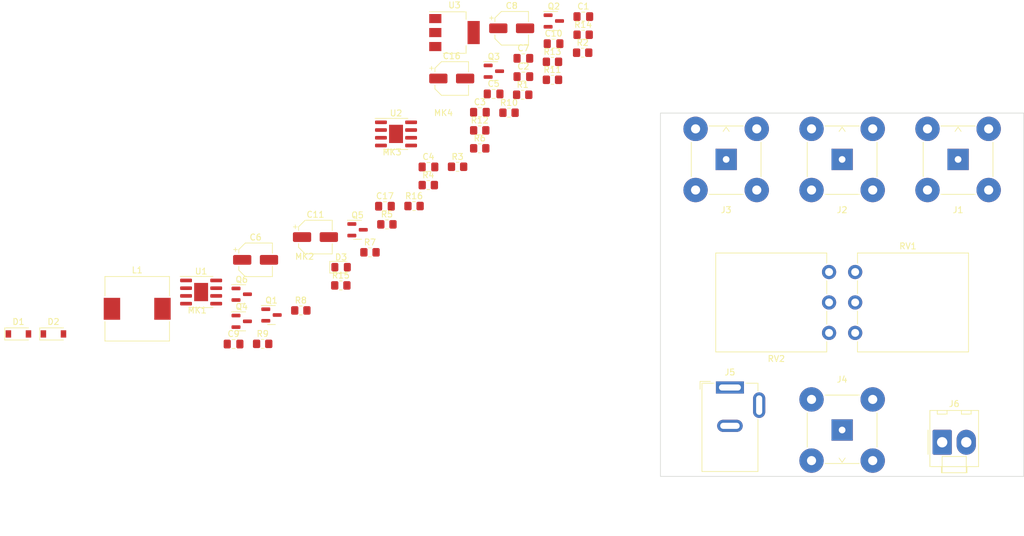
<source format=kicad_pcb>
(kicad_pcb (version 20211014) (generator pcbnew)
  (layers (0 "F.Cu" signal) (31 "B.Cu" signal) (34 "B.Paste" user) (35 "F.Paste" user) (36 "B.SilkS" user "B.Silkscreen") (37 "F.SilkS" user "F.Silkscreen") (38 "B.Mask" user) (39 "F.Mask" user) (44 "Edge.Cuts" user))
  (net 0 "")
  (net 1 "Y")
  (net 2 "+9V")
  (net 3 "Net-(C2-Pad1)")
  (net 4 "Net-(C3-Pad1)")
  (net 5 "Net-(C3-Pad2)")
  (net 6 "GND")
  (net 7 "Net-(C4-Pad2)")
  (net 8 "Net-(C5-Pad1)")
  (net 9 "Net-(C5-Pad2)")
  (net 10 "+VDC")
  (net 11 "Net-(D1-Pad1)")
  (net 12 "Net-(D1-Pad2)")
  (net 13 "Net-(D3-Pad1)")
  (net 14 "X")
  (net 15 "Z")
  (net 16 "COMP_VIDEO_IN")
  (net 17 "Net-(Q1-Pad2)")
  (net 18 "Net-(Q2-Pad2)")
  (net 19 "Net-(Q3-Pad2)")
  (net 20 "Net-(Q4-Pad1)")
  (net 21 "Net-(Q5-Pad1)")
  (net 22 "Net-(Q6-Pad1)")
  (net 23 "Net-(R1-Pad2)")
  (net 24 "Net-(R2-Pad1)")
  (net 25 "Net-(R13-Pad1)")
  (net 26 "Net-(R13-Pad2)")
  (net 27 "Net-(R15-Pad2)")
  (net 28 "Net-(RV2-Pad2)")
  (net 31 "Net-(U2-Pad3)")
  (footprint "Inductor_SMD:L_10.4x10.4_H4.8" (layer "F.Cu") (at 33.18 104.625)
    (fp_text reference "L1" (at 0 -6.35) (layer "F.SilkS"))
    (fp_text value "22u")
    (fp_line (start 5.3 -5.3) (end 5.3 -2.1) (layer "F.SilkS") (width 0.12))
    (fp_line (start -5.3 -2.1) (end -5.3 -5.3) (layer "F.SilkS") (width 0.12))
    (fp_line (start -5.3 -5.3) (end 5.3 -5.3) (layer "F.SilkS") (width 0.12))
    (fp_line (start 5.3 2.1) (end 5.3 5.3) (layer "F.SilkS") (width 0.12))
    (fp_line (start -5.3 5.3) (end -5.3 2.1) (layer "F.SilkS") (width 0.12))
    (fp_line (start 5.3 5.3) (end -5.3 5.3) (layer "F.SilkS") (width 0.12))
    (pad "1" smd rect (at -4.15 0) (size 2.7 3.6) (layers "F.Cu" "F.Paste" "F.Mask") (net 16 "COMP_VIDEO_IN"))
    (pad "2" smd rect (at 4.15 0) (size 2.7 3.6) (layers "F.Cu" "F.Paste" "F.Mask") (net 9 "Net-(C5-Pad2)"))
  )
  (footprint "Resistor_SMD:R_0805_2012Metric_Pad1.20x1.40mm_HandSolder" (layer "F.Cu") (at 60.06 104.895)
    (fp_text reference "R8" (at 0 -1.65) (layer "F.SilkS"))
    (fp_text value "68k")
    (fp_line (start -0.227064 0.735) (end 0.227064 0.735) (layer "F.SilkS") (width 0.12))
    (fp_line (start -0.227064 -0.735) (end 0.227064 -0.735) (layer "F.SilkS") (width 0.12))
    (pad "1" smd roundrect (at -1 0) (size 1.2 1.4) (layers "F.Cu" "F.Paste" "F.Mask") (roundrect_rratio 0.208333) (net 20 "Net-(Q4-Pad1)"))
    (pad "2" smd roundrect (at 1 0) (size 1.2 1.4) (layers "F.Cu" "F.Paste" "F.Mask") (roundrect_rratio 0.208333) (net 6 "GND"))
  )
  (footprint "Capacitor_SMD:CP_Elec_5x5.9" (layer "F.Cu") (at 62.46 92.845)
    (fp_text reference "C11" (at 0 -3.7) (layer "F.SilkS"))
    (fp_text value "10u")
    (fp_line (start -1.695563 2.76) (end 2.76 2.76) (layer "F.SilkS") (width 0.12))
    (fp_line (start -1.695563 -2.76) (end 2.76 -2.76) (layer "F.SilkS") (width 0.12))
    (fp_line (start 2.76 -2.76) (end 2.76 -1.06) (layer "F.SilkS") (width 0.12))
    (fp_line (start -2.76 -1.695563) (end -1.695563 -2.76) (layer "F.SilkS") (width 0.12))
    (fp_line (start -3.625 -1.685) (end -3 -1.685) (layer "F.SilkS") (width 0.12))
    (fp_line (start -2.76 1.695563) (end -1.695563 2.76) (layer "F.SilkS") (width 0.12))
    (fp_line (start 2.76 2.76) (end 2.76 1.06) (layer "F.SilkS") (width 0.12))
    (fp_line (start -2.76 -1.695563) (end -2.76 -1.06) (layer "F.SilkS") (width 0.12))
    (fp_line (start -2.76 1.695563) (end -2.76 1.06) (layer "F.SilkS") (width 0.12))
    (fp_line (start -3.3125 -1.9975) (end -3.3125 -1.3725) (layer "F.SilkS") (width 0.12))
    (pad "1" smd roundrect (at -2.2 0) (size 3 1.6) (layers "F.Cu" "F.Paste" "F.Mask") (roundrect_rratio 0.15625) (net 2 "+9V"))
    (pad "2" smd roundrect (at 2.2 0) (size 3 1.6) (layers "F.Cu" "F.Paste" "F.Mask") (roundrect_rratio 0.15625) (net 6 "GND"))
  )
  (footprint "Resistor_SMD:R_0805_2012Metric_Pad1.20x1.40mm_HandSolder" (layer "F.Cu") (at 89.45 75.315)
    (fp_text reference "R12" (at 0 -1.65) (layer "F.SilkS"))
    (fp_text value "2.2k")
    (fp_line (start -0.227064 -0.735) (end 0.227064 -0.735) (layer "F.SilkS") (width 0.12))
    (fp_line (start -0.227064 0.735) (end 0.227064 0.735) (layer "F.SilkS") (width 0.12))
    (pad "1" smd roundrect (at -1 0) (size 1.2 1.4) (layers "F.Cu" "F.Paste" "F.Mask") (roundrect_rratio 0.208333) (net 22 "Net-(Q6-Pad1)"))
    (pad "2" smd roundrect (at 1 0) (size 1.2 1.4) (layers "F.Cu" "F.Paste" "F.Mask") (roundrect_rratio 0.208333) (net 6 "GND"))
  )
  (footprint "Package_SO:SOIC-8-1EP_3.9x4.9mm_P1.27mm_EP2.29x3mm" (layer "F.Cu") (at 75.7 75.895)
    (fp_text reference "U2" (at 0 -3.4) (layer "F.SilkS"))
    (fp_text value "AD8032")
    (fp_line (start 0 2.56) (end 1.95 2.56) (layer "F.SilkS") (width 0.12))
    (fp_line (start 0 -2.56) (end -3.45 -2.56) (layer "F.SilkS") (width 0.12))
    (fp_line (start 0 -2.56) (end 1.95 -2.56) (layer "F.SilkS") (width 0.12))
    (fp_line (start 0 2.56) (end -1.95 2.56) (layer "F.SilkS") (width 0.12))
    (pad "1" smd roundrect (at -2.475 -1.905) (size 1.95 0.6) (layers "F.Cu" "F.Paste" "F.Mask") (net 15 "Z"))
    (pad "2" smd roundrect (at -2.475 -0.635) (size 1.95 0.6) (layers "F.Cu" "F.Paste" "F.Mask") (net 26 "Net-(R13-Pad2)"))
    (pad "3" smd roundrect (at -2.475 0.635) (size 1.95 0.6) (layers "F.Cu" "F.Paste" "F.Mask") (net 31 "Net-(U2-Pad3)"))
    (pad "4" smd roundrect (at -2.475 1.905) (size 1.95 0.6) (layers "F.Cu" "F.Paste" "F.Mask") (net 6 "GND"))
    (pad "5" smd roundrect (at 2.475 1.905) (size 1.95 0.6) (layers "F.Cu" "F.Paste" "F.Mask") (net 28 "Net-(RV2-Pad2)"))
    (pad "6" smd roundrect (at 2.475 0.635) (size 1.95 0.6) (layers "F.Cu" "F.Paste" "F.Mask") (net 31 "Net-(U2-Pad3)"))
    (pad "7" smd roundrect (at 2.475 -0.635) (size 1.95 0.6) (layers "F.Cu" "F.Paste" "F.Mask") (net 31 "Net-(U2-Pad3)"))
    (pad "8" smd roundrect (at 2.475 -1.905) (size 1.95 0.6) (layers "F.Cu" "F.Paste" "F.Mask") (net 2 "+9V"))
    (pad "9" smd rect (at 0 0) (size 2.29 3) (layers "F.Cu" "F.Mask"))
  )
  (footprint "Resistor_SMD:R_0805_2012Metric_Pad1.20x1.40mm_HandSolder" (layer "F.Cu") (at 81 84.305)
    (fp_text reference "R4" (at 0 -1.65) (layer "F.SilkS"))
    (fp_text value "5.6k")
    (fp_line (start -0.227064 -0.735) (end 0.227064 -0.735) (layer "F.SilkS") (width 0.12))
    (fp_line (start -0.227064 0.735) (end 0.227064 0.735) (layer "F.SilkS") (width 0.12))
    (pad "1" smd roundrect (at -1 0) (size 1.2 1.4) (layers "F.Cu" "F.Paste" "F.Mask") (roundrect_rratio 0.208333) (net 2 "+9V"))
    (pad "2" smd roundrect (at 1 0) (size 1.2 1.4) (layers "F.Cu" "F.Paste" "F.Mask") (roundrect_rratio 0.208333) (net 5 "Net-(C3-Pad2)"))
  )
  (footprint "Resistor_SMD:R_0805_2012Metric_Pad1.20x1.40mm_HandSolder" (layer "F.Cu") (at 74.2 90.755)
    (fp_text reference "R5" (at 0 -1.65) (layer "F.SilkS"))
    (fp_text value "2.2k")
    (fp_line (start -0.227064 0.735) (end 0.227064 0.735) (layer "F.SilkS") (width 0.12))
    (fp_line (start -0.227064 -0.735) (end 0.227064 -0.735) (layer "F.SilkS") (width 0.12))
    (pad "1" smd roundrect (at -1 0) (size 1.2 1.4) (layers "F.Cu" "F.Paste" "F.Mask") (roundrect_rratio 0.208333) (net 2 "+9V"))
    (pad "2" smd roundrect (at 1 0) (size 1.2 1.4) (layers "F.Cu" "F.Paste" "F.Mask") (roundrect_rratio 0.208333) (net 14 "X"))
  )
  (footprint "Capacitor_SMD:C_0805_2012Metric_Pad1.18x1.45mm_HandSolder" (layer "F.Cu") (at 89.48 72.335)
    (fp_text reference "C3" (at 0 -1.68) (layer "F.SilkS"))
    (fp_text value "0.1u")
    (fp_line (start -0.261252 0.735) (end 0.261252 0.735) (layer "F.SilkS") (width 0.12))
    (fp_line (start -0.261252 -0.735) (end 0.261252 -0.735) (layer "F.SilkS") (width 0.12))
    (pad "1" smd roundrect (at -1.0375 0) (size 1.175 1.45) (layers "F.Cu" "F.Paste" "F.Mask") (roundrect_rratio 0.212766) (net 4 "Net-(C3-Pad1)"))
    (pad "2" smd roundrect (at 1.0375 0) (size 1.175 1.45) (layers "F.Cu" "F.Paste" "F.Mask") (roundrect_rratio 0.212766) (net 5 "Net-(C3-Pad2)"))
  )
  (footprint "Resistor_SMD:R_0805_2012Metric_Pad1.20x1.40mm_HandSolder" (layer "F.Cu") (at 106.44 59.605)
    (fp_text reference "R14" (at 0 -1.65) (layer "F.SilkS"))
    (fp_text value "4.7k")
    (fp_line (start -0.227064 -0.735) (end 0.227064 -0.735) (layer "F.SilkS") (width 0.12))
    (fp_line (start -0.227064 0.735) (end 0.227064 0.735) (layer "F.SilkS") (width 0.12))
    (pad "1" smd roundrect (at -1 0) (size 1.2 1.4) (layers "F.Cu" "F.Paste" "F.Mask") (roundrect_rratio 0.208333) (net 26 "Net-(R13-Pad2)"))
    (pad "2" smd roundrect (at 1 0) (size 1.2 1.4) (layers "F.Cu" "F.Paste" "F.Mask") (roundrect_rratio 0.208333) (net 15 "Z"))
  )
  (footprint "Diode_SMD:D_SOD-123" (layer "F.Cu") (at 13.67 108.755)
    (fp_text reference "D1" (at 0 -2) (layer "F.SilkS"))
    (fp_text value "1N4148")
    (fp_line (start -2.25 1) (end 1.65 1) (layer "F.SilkS") (width 0.12))
    (fp_line (start -2.25 -1) (end 1.65 -1) (layer "F.SilkS") (width 0.12))
    (fp_line (start -2.25 -1) (end -2.25 1) (layer "F.SilkS") (width 0.12))
    (pad "1" smd rect (at -1.65 0) (size 0.9 1.2) (layers "F.Cu" "F.Paste" "F.Mask") (net 11 "Net-(D1-Pad1)"))
    (pad "2" smd rect (at 1.65 0) (size 0.9 1.2) (layers "F.Cu" "F.Paste" "F.Mask") (net 12 "Net-(D1-Pad2)"))
  )
  (footprint "Package_TO_SOT_SMD:SOT-223" (layer "F.Cu") (at 85.3 59.245)
    (fp_text reference "U3" (at 0 -4.5) (layer "F.SilkS"))
    (fp_text value "LM7809_TO220")
    (fp_line (start 1.91 -3.41) (end 1.91 -2.15) (layer "F.SilkS") (width 0.12))
    (fp_line (start -1.85 3.41) (end 1.91 3.41) (layer "F.SilkS") (width 0.12))
    (fp_line (start -4.1 -3.41) (end 1.91 -3.41) (layer "F.SilkS") (width 0.12))
    (fp_line (start 1.91 3.41) (end 1.91 2.15) (layer "F.SilkS") (width 0.12))
    (pad "1" smd rect (at -3.15 -2.3) (size 2 1.5) (layers "F.Cu" "F.Paste" "F.Mask") (net 10 "+VDC"))
    (pad "2" smd rect (at -3.15 0) (size 2 1.5) (layers "F.Cu" "F.Paste" "F.Mask") (net 6 "GND"))
    (pad "3" smd rect (at -3.15 2.3) (size 2 1.5) (layers "F.Cu" "F.Paste" "F.Mask") (net 2 "+9V"))
    (pad "4" smd rect (at 3.15 0) (size 2 3.8) (layers "F.Cu" "F.Paste" "F.Mask"))
  )
  (footprint "Package_TO_SOT_SMD:SOT-23" (layer "F.Cu") (at 101.62 57.345)
    (fp_text reference "Q2" (at 0 -2.4) (layer "F.SilkS"))
    (fp_text value "2N3906")
    (fp_line (start 0 -1.56) (end -1.675 -1.56) (layer "F.SilkS") (width 0.12))
    (fp_line (start 0 -1.56) (end 0.65 -1.56) (layer "F.SilkS") (width 0.12))
    (fp_line (start 0 1.56) (end 0.65 1.56) (layer "F.SilkS") (width 0.12))
    (fp_line (start 0 1.56) (end -0.65 1.56) (layer "F.SilkS") (width 0.12))
    (pad "1" smd roundrect (at -0.9375 -0.95) (size 1.475 0.6) (layers "F.Cu" "F.Paste" "F.Mask") (net 2 "+9V"))
    (pad "2" smd roundrect (at -0.9375 0.95) (size 1.475 0.6) (layers "F.Cu" "F.Paste" "F.Mask") (net 18 "Net-(Q2-Pad2)"))
    (pad "3" smd roundrect (at 0.9375 0) (size 1.475 0.6) (layers "F.Cu" "F.Paste" "F.Mask") (net 3 "Net-(C2-Pad1)"))
  )
  (footprint "Resistor_SMD:R_0805_2012Metric_Pad1.20x1.40mm_HandSolder" (layer "F.Cu") (at 101.4 64.055)
    (fp_text reference "R13" (at 0 -1.65) (layer "F.SilkS"))
    (fp_text value "2.2k")
    (fp_line (start -0.227064 0.735) (end 0.227064 0.735) (layer "F.SilkS") (width 0.12))
    (fp_line (start -0.227064 -0.735) (end 0.227064 -0.735) (layer "F.SilkS") (width 0.12))
    (pad "1" smd roundrect (at -1 0) (size 1.2 1.4) (layers "F.Cu" "F.Paste" "F.Mask") (roundrect_rratio 0.208333) (net 25 "Net-(R13-Pad1)"))
    (pad "2" smd roundrect (at 1 0) (size 1.2 1.4) (layers "F.Cu" "F.Paste" "F.Mask") (roundrect_rratio 0.208333) (net 26 "Net-(R13-Pad2)"))
  )
  (footprint "Connector_Coaxial:BNC_TEConnectivity_1478035_Horizontal" (layer "F.Cu") (at 148.985 80.09)
    (fp_text reference "J2" (at 0 8.3) (layer "F.SilkS"))
    (fp_text value "Conn_Coaxial_Power")
    (fp_line (start 2.825 -5.5) (end -2.825 -5.5) (layer "F.SilkS") (width 0.12))
    (fp_line (start 0 -5.3) (end -0.5 -4.6) (layer "F.SilkS") (width 0.12))
    (fp_line (start -5.73 -2.825) (end -5.73 2.825) (layer "F.SilkS") (width 0.12))
    (fp_line (start -2.825 5.73) (end 2.825 5.73) (layer "F.SilkS") (width 0.12))
    (fp_line (start 5.73 2.825) (end 5.73 -2.825) (layer "F.SilkS") (width 0.12))
    (fp_line (start 0 -5.3) (end 0.5 -4.6) (layer "F.SilkS") (width 0.12))
    (pad "1" thru_hole rect (at 0 0) (size 3.5 3.5) (drill 1.1) (layers *.Cu *.Mask) (net 1 "Y"))
    (pad "2" thru_hole circle (at -5.025 -5.025) (size 4 4) (drill 1.5) (layers *.Cu *.Mask) (net 6 "GND"))
    (pad "2" thru_hole circle (at 5.025 -5.025) (size 4 4) (drill 1.5) (layers *.Cu *.Mask) (net 6 "GND"))
    (pad "2" thru_hole circle (at -5.025 5.025) (size 4 4) (drill 1.5) (layers *.Cu *.Mask) (net 6 "GND"))
    (pad "2" thru_hole circle (at 5.025 5.025) (size 4 4) (drill 1.5) (layers *.Cu *.Mask) (net 6 "GND"))
  )
  (footprint "Capacitor_SMD:C_0805_2012Metric_Pad1.18x1.45mm_HandSolder" (layer "F.Cu") (at 106.47 56.625)
    (fp_text reference "C1" (at 0 -1.68) (layer "F.SilkS"))
    (fp_text value "100n")
    (fp_line (start -0.261252 -0.735) (end 0.261252 -0.735) (layer "F.SilkS") (width 0.12))
    (fp_line (start -0.261252 0.735) (end 0.261252 0.735) (layer "F.SilkS") (width 0.12))
    (pad "1" smd roundrect (at -1.0375 0) (size 1.175 1.45) (layers "F.Cu" "F.Paste" "F.Mask") (roundrect_rratio 0.212766) (net 1 "Y"))
    (pad "2" smd roundrect (at 1.0375 0) (size 1.175 1.45) (layers "F.Cu" "F.Paste" "F.Mask") (roundrect_rratio 0.212766) (net 2 "+9V"))
  )
  (footprint "Package_SO:SOIC-8-1EP_3.9x4.9mm_P1.27mm_EP2.29x3mm" (layer "F.Cu") (at 43.68 101.875)
    (fp_text reference "U1" (at 0 -3.4) (layer "F.SilkS"))
    (fp_text value "LM1881")
    (fp_line (start 0 -2.56) (end 1.95 -2.56) (layer "F.SilkS") (width 0.12))
    (fp_line (start 0 -2.56) (end -3.45 -2.56) (layer "F.SilkS") (width 0.12))
    (fp_line (start 0 2.56) (end -1.95 2.56) (layer "F.SilkS") (width 0.12))
    (fp_line (start 0 2.56) (end 1.95 2.56) (layer "F.SilkS") (width 0.12))
    (pad "1" smd roundrect (at -2.475 -1.905) (size 1.95 0.6) (layers "F.Cu" "F.Paste" "F.Mask") (net 24 "Net-(R2-Pad1)"))
    (pad "2" smd roundrect (at -2.475 -0.635) (size 1.95 0.6) (layers "F.Cu" "F.Paste" "F.Mask") (net 8 "Net-(C5-Pad1)"))
    (pad "3" smd roundrect (at -2.475 0.635) (size 1.95 0.6) (layers "F.Cu" "F.Paste" "F.Mask") (net 23 "Net-(R1-Pad2)"))
    (pad "4" smd roundrect (at -2.475 1.905) (size 1.95 0.6) (layers "F.Cu" "F.Paste" "F.Mask") (net 6 "GND"))
    (pad "5" smd roundrect (at 2.475 1.905) (size 1.95 0.6) (layers "F.Cu" "F.Paste" "F.Mask"))
    (pad "6" smd roundrect (at 2.475 0.635) (size 1.95 0.6) (layers "F.Cu" "F.Paste" "F.Mask") (net 7 "Net-(C4-Pad2)"))
    (pad "7" smd roundrect (at 2.475 -0.635) (size 1.95 0.6) (layers "F.Cu" "F.Paste" "F.Mask"))
    (pad "8" smd roundrect (at 2.475 -1.905) (size 1.95 0.6) (layers "F.Cu" "F.Paste" "F.Mask") (net 2 "+9V"))
    (pad "9" smd rect (at 0 0) (size 2.29 3) (layers "F.Cu" "F.Mask"))
  )
  (footprint "Resistor_SMD:R_0805_2012Metric_Pad1.20x1.40mm_HandSolder" (layer "F.Cu") (at 94.26 72.415)
    (fp_text reference "R10" (at 0 -1.65) (layer "F.SilkS"))
    (fp_text value "3.3k")
    (fp_line (start -0.227064 0.735) (end 0.227064 0.735) (layer "F.SilkS") (width 0.12))
    (fp_line (start -0.227064 -0.735) (end 0.227064 -0.735) (layer "F.SilkS") (width 0.12))
    (pad "1" smd roundrect (at -1 0) (size 1.2 1.4) (layers "F.Cu" "F.Paste" "F.Mask") (roundrect_rratio 0.208333) (net 4 "Net-(C3-Pad1)"))
    (pad "2" smd roundrect (at 1 0) (size 1.2 1.4) (layers "F.Cu" "F.Paste" "F.Mask") (roundrect_rratio 0.208333) (net 6 "GND"))
  )
  (footprint "Capacitor_SMD:CP_Elec_5x5.9" (layer "F.Cu") (at 94.7 58.545)
    (fp_text reference "C8" (at 0 -3.7) (layer "F.SilkS"))
    (fp_text value "10u")
    (fp_line (start 2.76 -2.76) (end 2.76 -1.06) (layer "F.SilkS") (width 0.12))
    (fp_line (start -2.76 -1.695563) (end -1.695563 -2.76) (layer "F.SilkS") (width 0.12))
    (fp_line (start -2.76 1.695563) (end -1.695563 2.76) (layer "F.SilkS") (width 0.12))
    (fp_line (start -3.3125 -1.9975) (end -3.3125 -1.3725) (layer "F.SilkS") (width 0.12))
    (fp_line (start -2.76 1.695563) (end -2.76 1.06) (layer "F.SilkS") (width 0.12))
    (fp_line (start -3.625 -1.685) (end -3 -1.685) (layer "F.SilkS") (width 0.12))
    (fp_line (start 2.76 2.76) (end 2.76 1.06) (layer "F.SilkS") (width 0.12))
    (fp_line (start -1.695563 2.76) (end 2.76 2.76) (layer "F.SilkS") (width 0.12))
    (fp_line (start -2.76 -1.695563) (end -2.76 -1.06) (layer "F.SilkS") (width 0.12))
    (fp_line (start -1.695563 -2.76) (end 2.76 -2.76) (layer "F.SilkS") (width 0.12))
    (pad "1" smd roundrect (at -2.2 0) (size 3 1.6) (layers "F.Cu" "F.Paste" "F.Mask") (roundrect_rratio 0.15625) (net 10 "+VDC"))
    (pad "2" smd roundrect (at 2.2 0) (size 3 1.6) (layers "F.Cu" "F.Paste" "F.Mask") (roundrect_rratio 0.15625) (net 6 "GND"))
  )
  (footprint "Potentiometer_THT:Potentiometer_Piher_PC-16_Single_Vertical" (layer "F.Cu") (at 151.13 108.585)
    (fp_text reference "RV1" (at 8.665 -14.25) (layer "F.SilkS"))
    (fp_text value "1k")
    (fp_line (start 0.38 -13.12) (end 18.62 -13.12) (layer "F.SilkS") (width 0.12))
    (fp_line (start 18.62 -13.12) (end 18.62 3.12) (layer "F.SilkS") (width 0.12))
    (fp_line (start 0.38 3.12) (end 18.62 3.12) (layer "F.SilkS") (width 0.12))
    (fp_line (start 0.38 -3.575) (end 0.38 -1.425) (layer "F.SilkS") (width 0.12))
    (fp_line (start 0.38 1.425) (end 0.38 3.12) (layer "F.SilkS") (width 0.12))
    (fp_line (start 0.38 -8.574) (end 0.38 -6.425) (layer "F.SilkS") (width 0.12))
    (fp_line (start 0.38 -13.12) (end 0.38 -11.426) (layer "F.SilkS") (width 0.12))
    (pad "1" thru_hole circle (at 0 0) (size 2.34 2.34) (drill 1.3) (layers *.Cu *.Mask) (net 9 "Net-(C5-Pad2)"))
    (pad "2" thru_hole circle (at 0 -5) (size 2.34 2.34) (drill 1.3) (layers *.Cu *.Mask) (net 25 "Net-(R13-Pad1)"))
    (pad "3" thru_hole circle (at 0 -10) (size 2.34 2.34) (drill 1.3) (layers *.Cu *.Mask) (net 6 "GND"))
  )
  (footprint "LED_SMD:LED_0805_2012Metric_Pad1.15x1.40mm_HandSolder" (layer "F.Cu") (at 66.675 97.79)
    (fp_text reference "D3" (at 0 -1.65) (layer "F.SilkS"))
    (fp_text value "Indicator")
    (fp_line (start -1.86 -0.96) (end -1.86 0.96) (layer "F.SilkS") (width 0.12))
    (fp_line (start -1.86 0.96) (end 1 0.96) (layer "F.SilkS") (width 0.12))
    (fp_line (start 1 -0.96) (end -1.86 -0.96) (layer "F.SilkS") (width 0.12))
    (pad "1" smd roundrect (at -1.025 0) (size 1.15 1.4) (layers "F.Cu" "F.Paste" "F.Mask") (roundrect_rratio 0.217391) (net 13 "Net-(D3-Pad1)"))
    (pad "2" smd roundrect (at 1.025 0) (size 1.15 1.4) (layers "F.Cu" "F.Paste" "F.Mask") (roundrect_rratio 0.217391) (net 2 "+9V"))
  )
  (footprint "Package_TO_SOT_SMD:SOT-23" (layer "F.Cu") (at 69.38 91.645)
    (fp_text reference "Q5" (at 0 -2.4) (layer "F.SilkS"))
    (fp_text value "2N3904")
    (fp_line (start 0 -1.56) (end -1.675 -1.56) (layer "F.SilkS") (width 0.12))
    (fp_line (start 0 1.56) (end -0.65 1.56) (layer "F.SilkS") (width 0.12))
    (fp_line (start 0 -1.56) (end 0.65 -1.56) (layer "F.SilkS") (width 0.12))
    (fp_line (start 0 1.56) (end 0.65 1.56) (layer "F.SilkS") (width 0.12))
    (pad "1" smd roundrect (at -0.9375 -0.95) (size 1.475 0.6) (layers "F.Cu" "F.Paste" "F.Mask") (net 21 "Net-(Q5-Pad1)"))
    (pad "2" smd roundrect (at -0.9375 0.95) (size 1.475 0.6) (layers "F.Cu" "F.Paste" "F.Mask") (net 12 "Net-(D1-Pad2)"))
    (pad "3" smd roundrect (at 0.9375 0) (size 1.475 0.6) (layers "F.Cu" "F.Paste" "F.Mask") (net 3 "Net-(C2-Pad1)"))
  )
  (footprint "Package_TO_SOT_SMD:SOT-23" (layer "F.Cu") (at 55.24 105.645)
    (fp_text reference "Q1" (at 0 -2.4) (layer "F.SilkS"))
    (fp_text value "2N3906")
    (fp_line (start 0 1.56) (end 0.65 1.56) (layer "F.SilkS") (width 0.12))
    (fp_line (start 0 1.56) (end -0.65 1.56) (layer "F.SilkS") (width 0.12))
    (fp_line (start 0 -1.56) (end -1.675 -1.56) (layer "F.SilkS") (width 0.12))
    (fp_line (start 0 -1.56) (end 0.65 -1.56) (layer "F.SilkS") (width 0.12))
    (pad "1" smd roundrect (at -0.9375 -0.95) (size 1.475 0.6) (layers "F.Cu" "F.Paste" "F.Mask") (net 2 "+9V"))
    (pad "2" smd roundrect (at -0.9375 0.95) (size 1.475 0.6) (layers "F.Cu" "F.Paste" "F.Mask") (net 17 "Net-(Q1-Pad2)"))
    (pad "3" smd roundrect (at 0.9375 0) (size 1.475 0.6) (layers "F.Cu" "F.Paste" "F.Mask") (net 1 "Y"))
  )
  (footprint "Resistor_SMD:R_0805_2012Metric_Pad1.20x1.40mm_HandSolder" (layer "F.Cu") (at 106.36 62.555)
    (fp_text reference "R2" (at 0 -1.65) (layer "F.SilkS"))
    (fp_text value "6.8k")
    (fp_line (start -0.227064 0.735) (end 0.227064 0.735) (layer "F.SilkS") (width 0.12))
    (fp_line (start -0.227064 -0.735) (end 0.227064 -0.735) (layer "F.SilkS") (width 0.12))
    (pad "1" smd roundrect (at -1 0) (size 1.2 1.4) (layers "F.Cu" "F.Paste" "F.Mask") (roundrect_rratio 0.208333) (net 24 "Net-(R2-Pad1)"))
    (pad "2" smd roundrect (at 1 0) (size 1.2 1.4) (layers "F.Cu" "F.Paste" "F.Mask") (roundrect_rratio 0.208333) (net 17 "Net-(Q1-Pad2)"))
  )
  (footprint "Capacitor_SMD:C_0805_2012Metric_Pad1.18x1.45mm_HandSolder" (layer "F.Cu") (at 81.03 81.325)
    (fp_text reference "C4" (at 0 -1.68) (layer "F.SilkS"))
    (fp_text value "0.1u")
    (fp_line (start -0.261252 0.735) (end 0.261252 0.735) (layer "F.SilkS") (width 0.12))
    (fp_line (start -0.261252 -0.735) (end 0.261252 -0.735) (layer "F.SilkS") (width 0.12))
    (pad "1" smd roundrect (at -1.0375 0) (size 1.175 1.45) (layers "F.Cu" "F.Paste" "F.Mask") (roundrect_rratio 0.212766) (net 6 "GND"))
    (pad "2" smd roundrect (at 1.0375 0) (size 1.175 1.45) (layers "F.Cu" "F.Paste" "F.Mask") (roundrect_rratio 0.212766) (net 7 "Net-(C4-Pad2)"))
  )
  (footprint "Resistor_SMD:R_0805_2012Metric_Pad1.20x1.40mm_HandSolder" (layer "F.Cu") (at 89.45 78.265)
    (fp_text reference "R6" (at 0 -1.65) (layer "F.SilkS"))
    (fp_text value "3.3k")
    (fp_line (start -0.227064 -0.735) (end 0.227064 -0.735) (layer "F.SilkS") (width 0.12))
    (fp_line (start -0.227064 0.735) (end 0.227064 0.735) (layer "F.SilkS") (width 0.12))
    (pad "1" smd roundrect (at -1 0) (size 1.2 1.4) (layers "F.Cu" "F.Paste" "F.Mask") (roundrect_rratio 0.208333) (net 2 "+9V"))
    (pad "2" smd roundrect (at 1 0) (size 1.2 1.4) (layers "F.Cu" "F.Paste" "F.Mask") (roundrect_rratio 0.208333) (net 12 "Net-(D1-Pad2)"))
  )
  (footprint "Capacitor_SMD:C_0805_2012Metric_Pad1.18x1.45mm_HandSolder" (layer "F.Cu") (at 91.73 69.325)
    (fp_text reference "C5" (at 0 -1.68) (layer "F.SilkS"))
    (fp_text value "10n")
    (fp_line (start -0.261252 -0.735) (end 0.261252 -0.735) (layer "F.SilkS") (width 0.12))
    (fp_line (start -0.261252 0.735) (end 0.261252 0.735) (layer "F.SilkS") (width 0.12))
    (pad "1" smd roundrect (at -1.0375 0) (size 1.175 1.45) (layers "F.Cu" "F.Paste" "F.Mask") (roundrect_rratio 0.212766) (net 8 "Net-(C5-Pad1)"))
    (pad "2" smd roundrect (at 1.0375 0) (size 1.175 1.45) (layers "F.Cu" "F.Paste" "F.Mask") (roundrect_rratio 0.212766) (net 9 "Net-(C5-Pad2)"))
  )
  (footprint "Connector_Coaxial:BNC_TEConnectivity_1478035_Horizontal" (layer "F.Cu") (at 148.985 124.54 180)
    (fp_text reference "J4" (at 0 8.3) (layer "F.SilkS"))
    (fp_text value "Conn_Coaxial_Power")
    (fp_line (start 0 -5.3) (end 0.5 -4.6) (layer "F.SilkS") (width 0.12))
    (fp_line (start 2.825 -5.5) (end -2.825 -5.5) (layer "F.SilkS") (width 0.12))
    (fp_line (start -2.825 5.73) (end 2.825 5.73) (layer "F.SilkS") (width 0.12))
    (fp_line (start -5.73 -2.825) (end -5.73 2.825) (layer "F.SilkS") (width 0.12))
    (fp_line (start 0 -5.3) (end -0.5 -4.6) (layer "F.SilkS") (width 0.12))
    (fp_line (start 5.73 2.825) (end 5.73 -2.825) (layer "F.SilkS") (width 0.12))
    (pad "1" thru_hole rect (at 0 0 180) (size 3.5 3.5) (drill 1.1) (layers *.Cu *.Mask) (net 16 "COMP_VIDEO_IN"))
    (pad "2" thru_hole circle (at 5.025 5.025 180) (size 4 4) (drill 1.5) (layers *.Cu *.Mask) (net 6 "GND"))
    (pad "2" thru_hole circle (at -5.025 5.025 180) (size 4 4) (drill 1.5) (layers *.Cu *.Mask) (net 6 "GND"))
    (pad "2" thru_hole circle (at -5.025 -5.025 180) (size 4 4) (drill 1.5) (layers *.Cu *.Mask) (net 6 "GND"))
    (pad "2" thru_hole circle (at 5.025 -5.025 180) (size 4 4) (drill 1.5) (layers *.Cu *.Mask) (net 6 "GND"))
  )
  (footprint "MountingHole:MountingHole_3.2mm_M3_DIN965" (layer "F.Cu") (at 60.68 99.845)
    (fp_text reference "MK2" (at 0 -3.8) (layer "F.SilkS"))
    (fp_text value "MountingHole_Pad")
    (pad "" np_thru_hole circle (at 0 0) (size 3.2 3.2) (drill 3.2) (layers *.Cu *.Mask))
  )
  (footprint "Connector_BarrelJack:BarrelJack_GCT_DCJ200-10-A_Horizontal" (layer "F.Cu") (at 130.555 117.555)
    (fp_text reference "J5" (at 0 -2.5) (layer "F.SilkS"))
    (fp_text value "Barrel_Jack_Switch")
    (fp_line (start 2.6 -0.7) (end 4.6 -0.7) (layer "F.SilkS") (width 0.12))
    (fp_line (start -4.6 13.8) (end -4.6 -0.7) (layer "F.SilkS") (width 0.12))
    (fp_line (start -3.2 -1) (end -4.9 -1) (layer "F.SilkS") (width 0.12))
    (fp_line (start -4.9 -1) (end -4.9 0.3) (layer "F.SilkS") (width 0.12))
    (fp_line (start 4.6 -0.7) (end 4.6 0.6) (layer "F.SilkS") (width 0.12))
    (fp_line (start 4.6 5.2) (end 4.6 13.8) (layer "F.SilkS") (width 0.12))
    (fp_line (start -4.6 -0.7) (end -2.6 -0.7) (layer "F.SilkS") (width 0.12))
    (fp_line (start 4.6 13.8) (end -4.6 13.8) (layer "F.SilkS") (width 0.12))
    (pad "1" thru_hole rect (at 0 0) (size 4.6 2) (drill oval 3.6 1) (layers *.Cu *.Mask) (net 10 "+VDC"))
    (pad "2" thru_hole oval (at 0 6.3) (size 4.2 2) (drill oval 3.2 1) (layers *.Cu *.Mask) (net 6 "GND"))
    (pad "3" thru_hole oval (at 4.8 2.9) (size 2 4.2) (drill oval 1 3.2) (layers *.Cu *.Mask) (net 6 "GND"))
  )
  (footprint "Connector_Coaxial:BNC_TEConnectivity_1478035_Horizontal" (layer "F.Cu") (at 168.035 80.09)
    (fp_text reference "J1" (at 0 8.3) (layer "F.SilkS"))
    (fp_text value "Conn_Coaxial_Power")
    (fp_line (start -2.825 5.73) (end 2.825 5.73) (layer "F.SilkS") (width 0.12))
    (fp_line (start 2.825 -5.5) (end -2.825 -5.5) (layer "F.SilkS") (width 0.12))
    (fp_line (start 5.73 2.825) (end 5.73 -2.825) (layer "F.SilkS") (width 0.12))
    (fp_line (start 0 -5.3) (end 0.5 -4.6) (layer "F.SilkS") (width 0.12))
    (fp_line (start -5.73 -2.825) (end -5.73 2.825) (layer "F.SilkS") (width 0.12))
    (fp_line (start 0 -5.3) (end -0.5 -4.6) (layer "F.SilkS") (width 0.12))
    (pad "1" thru_hole rect (at 0 0) (size 3.5 3.5) (drill 1.1) (layers *.Cu *.Mask) (net 14 "X"))
    (pad "2" thru_hole circle (at 5.025 -5.025) (size 4 4) (drill 1.5) (layers *.Cu *.Mask) (net 6 "GND"))
    (pad "2" thru_hole circle (at -5.025 5.025) (size 4 4) (drill 1.5) (layers *.Cu *.Mask) (net 6 "GND"))
    (pad "2" thru_hole circle (at -5.025 -5.025) (size 4 4) (drill 1.5) (layers *.Cu *.Mask) (net 6 "GND"))
    (pad "2" thru_hole circle (at 5.025 5.025) (size 4 4) (drill 1.5) (layers *.Cu *.Mask) (net 6 "GND"))
  )
  (footprint "Capacitor_SMD:CP_Elec_5x5.9" (layer "F.Cu") (at 52.63 96.585)
    (fp_text reference "C6" (at 0 -3.7) (layer "F.SilkS"))
    (fp_text value "10u")
    (fp_line (start -1.695563 2.76) (end 2.76 2.76) (layer "F.SilkS") (width 0.12))
    (fp_line (start -3.3125 -1.9975) (end -3.3125 -1.3725) (layer "F.SilkS") (width 0.12))
    (fp_line (start 2.76 2.76) (end 2.76 1.06) (layer "F.SilkS") (width 0.12))
    (fp_line (start -2.76 1.695563) (end -2.76 1.06) (layer "F.SilkS") (width 0.12))
    (fp_line (start -2.76 -1.695563) (end -1.695563 -2.76) (layer "F.SilkS") (width 0.12))
    (fp_line (start -1.695563 -2.76) (end 2.76 -2.76) (layer "F.SilkS") (width 0.12))
    (fp_line (start -2.76 -1.695563) (end -2.76 -1.06) (layer "F.SilkS") (width 0.12))
    (fp_line (start -3.625 -1.685) (end -3 -1.685) (layer "F.SilkS") (width 0.12))
    (fp_line (start -2.76 1.695563) (end -1.695563 2.76) (layer "F.SilkS") (width 0.12))
    (fp_line (start 2.76 -2.76) (end 2.76 -1.06) (layer "F.SilkS") (width 0.12))
    (pad "1" smd roundrect (at -2.2 0) (size 3 1.6) (layers "F.Cu" "F.Paste" "F.Mask") (roundrect_rratio 0.15625) (net 2 "+9V"))
    (pad "2" smd roundrect (at 2.2 0) (size 3 1.6) (layers "F.Cu" "F.Paste" "F.Mask") (roundrect_rratio 0.15625) (net 6 "GND"))
  )
  (footprint "Resistor_SMD:R_0805_2012Metric_Pad1.20x1.40mm_HandSolder" (layer "F.Cu") (at 66.63 100.785)
    (fp_text reference "R15" (at 0 -1.65) (layer "F.SilkS"))
    (fp_text value "68k")
    (fp_line (start -0.227064 0.735) (end 0.227064 0.735) (layer "F.SilkS") (width 0.12))
    (fp_line (start -0.227064 -0.735) (end 0.227064 -0.735) (layer "F.SilkS") (width 0.12))
    (pad "1" smd roundrect (at -1 0) (size 1.2 1.4) (layers "F.Cu" "F.Paste" "F.Mask") (roundrect_rratio 0.208333) (net 2 "+9V"))
    (pad "2" smd roundrect (at 1 0) (size 1.2 1.4) (layers "F.Cu" "F.Paste" "F.Mask") (roundrect_rratio 0.208333) (net 27 "Net-(R15-Pad2)"))
  )
  (footprint "Package_TO_SOT_SMD:SOT-23" (layer "F.Cu") (at 50.35 106.685)
    (fp_text reference "Q4" (at 0 -2.4) (layer "F.SilkS"))
    (fp_text value "2N3904")
    (fp_line (start 0 -1.56) (end 0.65 -1.56) (layer "F.SilkS") (width 0.12))
    (fp_line (start 0 1.56) (end -0.65 1.56) (layer "F.SilkS") (width 0.12))
    (fp_line (start 0 -1.56) (end -1.675 -1.56) (layer "F.SilkS") (width 0.12))
    (fp_line (start 0 1.56) (end 0.65 1.56) (layer "F.SilkS") (width 0.12))
    (pad "1" smd roundrect (at -0.9375 -0.95) (size 1.475 0.6) (layers "F.Cu" "F.Paste" "F.Mask") (net 20 "Net-(Q4-Pad1)"))
    (pad "2" smd roundrect (at -0.9375 0.95) (size 1.475 0.6) (layers "F.Cu" "F.Paste" "F.Mask") (net 12 "Net-(D1-Pad2)"))
    (pad "3" smd roundrect (at 0.9375 0) (size 1.475 0.6) (layers "F.Cu" "F.Paste" "F.Mask") (net 1 "Y"))
  )
  (footprint "Resistor_SMD:R_0805_2012Metric_Pad1.20x1.40mm_HandSolder" (layer "F.Cu") (at 96.51 69.465)
    (fp_text reference "R1" (at 0 -1.65) (layer "F.SilkS"))
    (fp_text value "6.8k")
    (fp_line (start -0.227064 -0.735) (end 0.227064 -0.735) (layer "F.SilkS") (width 0.12))
    (fp_line (start -0.227064 0.735) (end 0.227064 0.735) (layer "F.SilkS") (width 0.12))
    (pad "1" smd roundrect (at -1 0) (size 1.2 1.4) (layers "F.Cu" "F.Paste" "F.Mask") (roundrect_rratio 0.208333) (net 18 "Net-(Q2-Pad2)"))
    (pad "2" smd roundrect (at 1 0) (size 1.2 1.4) (layers "F.Cu" "F.Paste" "F.Mask") (roundrect_rratio 0.208333) (net 23 "Net-(R1-Pad2)"))
  )
  (footprint "Resistor_SMD:R_0805_2012Metric_Pad1.20x1.40mm_HandSolder" (layer "F.Cu") (at 78.66 87.745)
    (fp_text reference "R16" (at 0 -1.65) (layer "F.SilkS"))
    (fp_text value "2.4k")
    (fp_line (start -0.227064 0.735) (end 0.227064 0.735) (layer "F.SilkS") (width 0.12))
    (fp_line (start -0.227064 -0.735) (end 0.227064 -0.735) (layer "F.SilkS") (width 0.12))
    (pad "1" smd roundrect (at -1 0) (size 1.2 1.4) (layers "F.Cu" "F.Paste" "F.Mask") (roundrect_rratio 0.208333) (net 13 "Net-(D3-Pad1)"))
    (pad "2" smd roundrect (at 1 0) (size 1.2 1.4) (layers "F.Cu" "F.Paste" "F.Mask") (roundrect_rratio 0.208333) (net 6 "GND"))
  )
  (footprint "Resistor_SMD:R_0805_2012Metric_Pad1.20x1.40mm_HandSolder" (layer "F.Cu") (at 101.4 67.005)
    (fp_text reference "R11" (at 0 -1.65) (layer "F.SilkS"))
    (fp_text value "3.3k")
    (fp_line (start -0.227064 0.735) (end 0.227064 0.735) (layer "F.SilkS") (width 0.12))
    (fp_line (start -0.227064 -0.735) (end 0.227064 -0.735) (layer "F.SilkS") (width 0.12))
    (pad "1" smd roundrect (at -1 0) (size 1.2 1.4) (layers "F.Cu" "F.Paste" "F.Mask") (roundrect_rratio 0.208333) (net 5 "Net-(C3-Pad2)"))
    (pad "2" smd roundrect (at 1 0) (size 1.2 1.4) (layers "F.Cu" "F.Paste" "F.Mask") (roundrect_rratio 0.208333) (net 6 "GND"))
  )
  (footprint "Diode_SMD:D_SOD-123" (layer "F.Cu") (at 19.42 108.755)
    (fp_text reference "D2" (at 0 -2) (layer "F.SilkS"))
    (fp_text value "1N4148")
    (fp_line (start -2.25 1) (end 1.65 1) (layer "F.SilkS") (width 0.12))
    (fp_line (start -2.25 -1) (end 1.65 -1) (layer "F.SilkS") (width 0.12))
    (fp_line (start -2.25 -1) (end -2.25 1) (layer "F.SilkS") (width 0.12))
    (pad "1" smd rect (at -1.65 0) (size 0.9 1.2) (layers "F.Cu" "F.Paste" "F.Mask") (net 6 "GND"))
    (pad "2" smd rect (at 1.65 0) (size 0.9 1.2) (layers "F.Cu" "F.Paste" "F.Mask") (net 11 "Net-(D1-Pad1)"))
  )
  (footprint "Capacitor_SMD:C_0805_2012Metric_Pad1.18x1.45mm_HandSolder" (layer "F.Cu") (at 49.01 110.415)
    (fp_text reference "C9" (at 0 -1.68) (layer "F.SilkS"))
    (fp_text value "0.33u")
    (fp_line (start -0.261252 0.735) (end 0.261252 0.735) (layer "F.SilkS") (width 0.12))
    (fp_line (start -0.261252 -0.735) (end 0.261252 -0.735) (layer "F.SilkS") (width 0.12))
    (pad "1" smd roundrect (at -1.0375 0) (size 1.175 1.45) (layers "F.Cu" "F.Paste" "F.Mask") (roundrect_rratio 0.212766) (net 10 "+VDC"))
    (pad "2" smd roundrect (at 1.0375 0) (size 1.175 1.45) (layers "F.Cu" "F.Paste" "F.Mask") (roundrect_rratio 0.212766) (net 6 "GND"))
  )
  (footprint "Capacitor_SMD:C_0805_2012Metric_Pad1.18x1.45mm_HandSolder" (layer "F.Cu") (at 73.88 87.775)
    (fp_text reference "C17" (at 0 -1.68) (layer "F.SilkS"))
    (fp_text value "0.1u")
    (fp_line (start -0.261252 0.735) (end 0.261252 0.735) (layer "F.SilkS") (width 0.12))
    (fp_line (start -0.261252 -0.735) (end 0.261252 -0.735) (layer "F.SilkS") (width 0.12))
    (pad "1" smd roundrect (at -1.0375 0) (size 1.175 1.45) (layers "F.Cu" "F.Paste" "F.Mask") (roundrect_rratio 0.212766) (net 2 "+9V"))
    (pad "2" smd roundrect (at 1.0375 0) (size 1.175 1.45) (layers "F.Cu" "F.Paste" "F.Mask") (roundrect_rratio 0.212766) (net 6 "GND"))
  )
  (footprint "MountingHole:MountingHole_3.2mm_M3_DIN965" (layer "F.Cu") (at 83.5 76.245)
    (fp_text reference "MK4" (at 0 -3.8) (layer "F.SilkS"))
    (fp_text value "MountingHole_Pad")
    (pad "" np_thru_hole circle (at 0 0) (size 3.2 3.2) (drill 3.2) (layers *.Cu *.Mask))
  )
  (footprint "MountingHole:MountingHole_3.2mm_M3_DIN965" (layer "F.Cu") (at 43.03 108.675)
    (fp_text reference "MK1" (at 0 -3.8) (layer "F.SilkS"))
    (fp_text value "MountingHole_Pad")
    (pad "" np_thru_hole circle (at 0 0) (size 3.2 3.2) (drill 3.2) (layers *.Cu *.Mask))
  )
  (footprint "MountingHole:MountingHole_3.2mm_M3_DIN965" (layer "F.Cu") (at 75.05 82.695)
    (fp_text reference "MK3" (at 0 -3.8) (layer "F.SilkS"))
    (fp_text value "MountingHole_Pad")
    (pad "" np_thru_hole circle (at 0 0) (size 3.2 3.2) (drill 3.2) (layers *.Cu *.Mask))
  )
  (footprint "Resistor_SMD:R_0805_2012Metric_Pad1.20x1.40mm_HandSolder" (layer "F.Cu") (at 53.79 110.385)
    (fp_text reference "R9" (at 0 -1.65) (layer "F.SilkS"))
    (fp_text value "680")
    (fp_line (start -0.227064 -0.735) (end 0.227064 -0.735) (layer "F.SilkS") (width 0.12))
    (fp_line (start -0.227064 0.735) (end 0.227064 0.735) (layer "F.SilkS") (width 0.12))
    (pad "1" smd roundrect (at -1 0) (size 1.2 1.4) (layers "F.Cu" "F.Paste" "F.Mask") (roundrect_rratio 0.208333) (net 21 "Net-(Q5-Pad1)"))
    (pad "2" smd roundrect (at 1 0) (size 1.2 1.4) (layers "F.Cu" "F.Paste" "F.Mask") (roundrect_rratio 0.208333) (net 6 "GND"))
  )
  (footprint "Connector_Molex:Molex_KK-396_A-41791-0002_1x02_P3.96mm_Vertical" (layer "F.Cu") (at 165.42 126.55)
    (fp_text reference "J6" (at 1.98 -6.31) (layer "F.SilkS"))
    (fp_text value "Molex 3.96mm")
    (fp_line (start 0 5.01) (end 0 4.01) (layer "F.SilkS") (width 0.12))
    (fp_line (start 0 4.01) (end 3.96 4.01) (layer "F.SilkS") (width 0.12))
    (fp_line (start -2.02 4.005) (end -2.02 -5.22) (layer "F.SilkS") (width 0.12))
    (fp_line (start -0.115 5.01) (end -0.115 4.005) (layer "F.SilkS") (width 0.12))
    (fp_line (start 4.075 4.005) (end 4.075 5.01) (layer "F.SilkS") (width 0.12))
    (fp_line (start -2.31 -2) (end -2.31 2) (layer "F.SilkS") (width 0.12))
    (fp_line (start 5.98 -5.22) (end 5.98 4.005) (layer "F.SilkS") (width 0.12))
    (fp_line (start 3.16 -4.62) (end 4.76 -4.62) (layer "F.SilkS") (width 0.12))
    (fp_line (start -0.8 -4.62) (end 0.8 -4.62) (layer "F.SilkS") (width 0.12))
    (fp_line (start 5.98 4.005) (end 4.075 4.005) (layer "F.SilkS") (width 0.12))
    (fp_line (start 0 4.01) (end 0 2.34) (layer "F.SilkS") (width 0.12))
    (fp_line (start 4.76 -4.62) (end 4.76 -5.22) (layer "F.SilkS") (width 0.12))
    (fp_line (start 3.16 -5.22) (end 3.16 -4.62) (layer "F.SilkS") (width 0.12))
    (fp_line (start -2.02 -5.22) (end 5.98 -5.22) (layer "F.SilkS") (width 0.12))
    (fp_line (start -0.115 4.005) (end -2.02 4.005) (layer "F.SilkS") (width 0.12))
    (fp_line (start 0 2.34) (end 3.96 2.34) (layer "F.SilkS") (width 0.12))
    (fp_line (start 3.96 4.01) (end 3.96 5.01) (layer "F.SilkS") (width 0.12))
    (fp_line (start 0.8 -4.62) (end 0.8 -5.22) (layer "F.SilkS") (width 0.12))
    (fp_line (start 3.96 2.34) (end 3.96 4.01) (layer "F.SilkS") (width 0.12))
    (fp_line (start 4.075 5.01) (end -0.115 5.01) (layer "F.SilkS") (width 0.12))
    (fp_line (start -0.8 -5.22) (end -0.8 -4.62) (layer "F.SilkS") (width 0.12))
    (pad "1" thru_hole roundrect (at 0 0) (size 3.16 4.1) (drill 1.7) (layers *.Cu *.Mask) (roundrect_rratio 0.079114) (net 2 "+9V"))
    (pad "2" thru_hole oval (at 3.96 0) (size 3.16 4.1) (drill 1.7) (layers *.Cu *.Mask) (net 6 "GND"))
  )
  (footprint "Potentiometer_THT:Potentiometer_Piher_PC-16_Single_Vertical" (layer "F.Cu") (at 146.84 98.585 180)
    (fp_text reference "RV2" (at 8.665 -14.25) (layer "F.SilkS"))
    (fp_text value "10k")
    (fp_line (start 0.38 -8.574) (end 0.38 -6.425) (layer "F.SilkS") (width 0.12))
    (fp_line (start 0.38 -3.575) (end 0.38 -1.425) (layer "F.SilkS") (width 0.12))
    (fp_line (start 0.38 3.12) (end 18.62 3.12) (layer "F.SilkS") (width 0.12))
    (fp_line (start 0.38 -13.12) (end 0.38 -11.426) (layer "F.SilkS") (width 0.12))
    (fp_line (start 18.62 -13.12) (end 18.62 3.12) (layer "F.SilkS") (width 0.12))
    (fp_line (start 0.38 -13.12) (end 18.62 -13.12) (layer "F.SilkS") (width 0.12))
    (fp_line (start 0.38 1.425) (end 0.38 3.12) (layer "F.SilkS") (width 0.12))
    (pad "1" thru_hole circle (at 0 0 180) (size 2.34 2.34) (drill 1.3) (layers *.Cu *.Mask) (net 27 "Net-(R15-Pad2)"))
    (pad "2" thru_hole circle (at 0 -5 180) (size 2.34 2.34) (drill 1.3) (layers *.Cu *.Mask) (net 28 "Net-(RV2-Pad2)"))
    (pad "3" thru_hole circle (at 0 -10 180) (size 2.34 2.34) (drill 1.3) (layers *.Cu *.Mask) (net 6 "GND"))
  )
  (footprint "Package_TO_SOT_SMD:SOT-23" (layer "F.Cu") (at 50.35 102.235)
    (fp_text reference "Q6" (at 0 -2.4) (layer "F.SilkS"))
    (fp_text value "2N3904")
    (fp_line (start 0 1.56) (end 0.65 1.56) (layer "F.SilkS") (width 0.12))
    (fp_line (start 0 -1.56) (end 0.65 -1.56) (layer "F.SilkS") (width 0.12))
    (fp_line (start 0 -1.56) (end -1.675 -1.56) (layer "F.SilkS") (width 0.12))
    (fp_line (start 0 1.56) (end -0.65 1.56) (layer "F.SilkS") (width 0.12))
    (pad "1" smd roundrect (at -0.9375 -0.95) (size 1.475 0.6) (layers "F.Cu" "F.Paste" "F.Mask") (net 22 "Net-(Q6-Pad1)"))
    (pad "2" smd roundrect (at -0.9375 0.95) (size 1.475 0.6) (layers "F.Cu" "F.Paste" "F.Mask") (net 5 "Net-(C3-Pad2)"))
    (pad "3" smd roundrect (at 0.9375 0) (size 1.475 0.6) (layers "F.Cu" "F.Paste" "F.Mask") (net 14 "X"))
  )
  (footprint "Connector_Coaxial:BNC_TEConnectivity_1478035_Horizontal" (layer "F.Cu") (at 129.935 80.09)
    (fp_text reference "J3" (at 0 8.3) (layer "F.SilkS"))
    (fp_text value "Conn_Coaxial_Power")
    (fp_line (start -2.825 5.73) (end 2.825 5.73) (layer "F.SilkS") (width 0.12))
    (fp_line (start 0 -5.3) (end -0.5 -4.6) (layer "F.SilkS") (width 0.12))
    (fp_line (start 2.825 -5.5) (end -2.825 -5.5) (layer "F.SilkS") (width 0.12))
    (fp_line (start 0 -5.3) (end 0.5 -4.6) (layer "F.SilkS") (width 0.12))
    (fp_line (start -5.73 -2.825) (end -5.73 2.825) (layer "F.SilkS") (width 0.12))
    (fp_line (start 5.73 2.825) (end 5.73 -2.825) (layer "F.SilkS") (width 0.12))
    (pad "1" thru_hole rect (at 0 0) (size 3.5 3.5) (drill 1.1) (layers *.Cu *.Mask) (net 15 "Z"))
    (pad "2" thru_hole circle (at -5.025 -5.025) (size 4 4) (drill 1.5) (layers *.Cu *.Mask) (net 6 "GND"))
    (pad "2" thru_hole circle (at 5.025 -5.025) (size 4 4) (drill 1.5) (layers *.Cu *.Mask) (net 6 "GND"))
    (pad "2" thru_hole circle (at 5.025 5.025) (size 4 4) (drill 1.5) (layers *.Cu *.Mask) (net 6 "GND"))
    (pad "2" thru_hole circle (at -5.025 5.025) (size 4 4) (drill 1.5) (layers *.Cu *.Mask) (net 6 "GND"))
  )
  (footprint "Capacitor_SMD:C_0805_2012Metric_Pad1.18x1.45mm_HandSolder" (layer "F.Cu") (at 96.62 63.475)
    (fp_text reference "C7" (at 0 -1.68) (layer "F.SilkS"))
    (fp_text value "0.1u")
    (fp_line (start -0.261252 -0.735) (end 0.261252 -0.735) (layer "F.SilkS") (width 0.12))
    (fp_line (start -0.261252 0.735) (end 0.261252 0.735) (layer "F.SilkS") (width 0.12))
    (pad "1" smd roundrect (at -1.0375 0) (size 1.175 1.45) (layers "F.Cu" "F.Paste" "F.Mask") (roundrect_rratio 0.212766) (net 2 "+9V"))
    (pad "2" smd roundrect (at 1.0375 0) (size 1.175 1.45) (layers "F.Cu" "F.Paste" "F.Mask") (roundrect_rratio 0.212766) (net 6 "GND"))
  )
  (footprint "Capacitor_SMD:CP_Elec_5x5.9" (layer "F.Cu") (at 84.85 66.795)
    (fp_text reference "C16" (at 0 -3.7) (layer "F.SilkS"))
    (fp_text value "10u")
    (fp_line (start -2.76 -1.695563) (end -1.695563 -2.76) (layer "F.SilkS") (width 0.12))
    (fp_line (start -3.625 -1.685) (end -3 -1.685) (layer "F.SilkS") (width 0.12))
    (fp_line (start 2.76 2.76) (end 2.76 1.06) (layer "F.SilkS") (width 0.12))
    (fp_line (start -1.695563 -2.76) (end 2.76 -2.76) (layer "F.SilkS") (width 0.12))
    (fp_line (start 2.76 -2.76) (end 2.76 -1.06) (layer "F.SilkS") (width 0.12))
    (fp_line (start -2.76 1.695563) (end -1.695563 2.76) (layer "F.SilkS") (width 0.12))
    (fp_line (start -2.76 -1.695563) (end -2.76 -1.06) (layer "F.SilkS") (width 0.12))
    (fp_line (start -1.695563 2.76) (end 2.76 2.76) (layer "F.SilkS") (width 0.12))
    (fp_line (start -3.3125 -1.9975) (end -3.3125 -1.3725) (layer "F.SilkS") (width 0.12))
    (fp_line (start -2.76 1.695563) (end -2.76 1.06) (layer "F.SilkS") (width 0.12))
    (pad "1" smd roundrect (at -2.2 0) (size 3 1.6) (layers "F.Cu" "F.Paste" "F.Mask") (roundrect_rratio 0.15625) (net 2 "+9V"))
    (pad "2" smd roundrect (at 2.2 0) (size 3 1.6) (layers "F.Cu" "F.Paste" "F.Mask") (roundrect_rratio 0.15625) (net 6 "GND"))
  )
  (footprint "Capacitor_SMD:C_0805_2012Metric_Pad1.18x1.45mm_HandSolder" (layer "F.Cu") (at 96.62 66.485)
    (fp_text reference "C2" (at 0 -1.68) (layer "F.SilkS"))
    (fp_text value "22n")
    (fp_line (start -0.261252 -0.735) (end 0.261252 -0.735) (layer "F.SilkS") (width 0.12))
    (fp_line (start -0.261252 0.735) (end 0.261252 0.735) (layer "F.SilkS") (width 0.12))
    (pad "1" smd roundrect (at -1.0375 0) (size 1.175 1.45) (layers "F.Cu" "F.Paste" "F.Mask") (roundrect_rratio 0.212766) (net 3 "Net-(C2-Pad1)"))
    (pad "2" smd roundrect (at 1.0375 0) (size 1.175 1.45) (layers "F.Cu" "F.Paste" "F.Mask") (roundrect_rratio 0.212766) (net 2 "+9V"))
  )
  (footprint "Package_TO_SOT_SMD:SOT-23" (layer "F.Cu") (at 91.77 65.595)
    (fp_text reference "Q3" (at 0 -2.4) (layer "F.SilkS"))
    (fp_text value "2N3904")
    (fp_line (start 0 1.56) (end -0.65 1.56) (layer "F.SilkS") (width 0.12))
    (fp_line (start 0 -1.56) (end 0.65 -1.56) (layer "F.SilkS") (width 0.12))
    (fp_line (start 0 1.56) (end 0.65 1.56) (layer "F.SilkS") (width 0.12))
    (fp_line (start 0 -1.56) (end -1.675 -1.56) (layer "F.SilkS") (width 0.12))
    (pad "1" smd roundrect (at -0.9375 -0.95) (size 1.475 0.6) (layers "F.Cu" "F.Paste" "F.Mask") (net 4 "Net-(C3-Pad1)"))
    (pad "2" smd roundrect (at -0.9375 0.95) (size 1.475 0.6) (layers "F.Cu" "F.Paste" "F.Mask") (net 19 "Net-(Q3-Pad2)"))
    (pad "3" smd roundrect (at 0.9375 0) (size 1.475 0.6) (layers "F.Cu" "F.Paste" "F.Mask") (net 2 "+9V"))
  )
  (footprint "Capacitor_SMD:C_0805_2012Metric_Pad1.18x1.45mm_HandSolder" (layer "F.Cu") (at 101.58 61.075)
    (fp_text reference "C10" (at 0 -1.68) (layer "F.SilkS"))
    (fp_text value "0.1u")
    (fp_line (start -0.261252 -0.735) (end 0.261252 -0.735) (layer "F.SilkS") (width 0.12))
    (fp_line (start -0.261252 0.735) (end 0.261252 0.735) (layer "F.SilkS") (width 0.12))
    (pad "1" smd roundrect (at -1.0375 0) (size 1.175 1.45) (layers "F.Cu" "F.Paste" "F.Mask") (roundrect_rratio 0.212766) (net 2 "+9V"))
    (pad "2" smd roundrect (at 1.0375 0) (size 1.175 1.45) (layers "F.Cu" "F.Paste" "F.Mask") (roundrect_rratio 0.212766) (net 6 "GND"))
  )
  (footprint "Resistor_SMD:R_0805_2012Metric_Pad1.20x1.40mm_HandSolder" (layer "F.Cu") (at 71.42 95.345)
    (fp_text reference "R7" (at 0 -1.65) (layer "F.SilkS"))
    (fp_text value "680k")
    (fp_line (start -0.227064 -0.735) (end 0.227064 -0.735) (layer "F.SilkS") (width 0.12))
    (fp_line (start -0.227064 0.735) (end 0.227064 0.735) (layer "F.SilkS") (width 0.12))
    (pad "1" smd roundrect (at -1 0) (size 1.2 1.4) (layers "F.Cu" "F.Paste" "F.Mask") (roundrect_rratio 0.208333) (net 6 "GND"))
    (pad "2" smd roundrect (at 1 0) (size 1.2 1.4) (layers "F.Cu" "F.Paste" "F.Mask") (roundrect_rratio 0.208333) (net 7 "Net-(C4-Pad2)"))
  )
  (footprint "Resistor_SMD:R_0805_2012Metric_Pad1.20x1.40mm_HandSolder" (layer "F.Cu") (at 85.81 81.295)
    (fp_text reference "R3" (at 0 -1.65) (layer "F.SilkS"))
    (fp_text value "180")
    (fp_line (start -0.227064 -0.735) (end 0.227064 -0.735) (layer "F.SilkS") (width 0.12))
    (fp_line (start -0.227064 0.735) (end 0.227064 0.735) (layer "F.SilkS") (width 0.12))
    (pad "1" smd roundrect (at -1 0) (size 1.2 1.4) (layers "F.Cu" "F.Paste" "F.Mask") (roundrect_rratio 0.208333) (net 19 "Net-(Q3-Pad2)"))
    (pad "2" smd roundrect (at 1 0) (size 1.2 1.4) (layers "F.Cu" "F.Paste" "F.Mask") (roundrect_rratio 0.208333) (net 3 "Net-(C2-Pad1)"))
  )
  (gr_rect (start 119.14 72.47) (end 178.83 132.16) (layer "Edge.Cuts") (width 0.1) (fill none))
)
</source>
